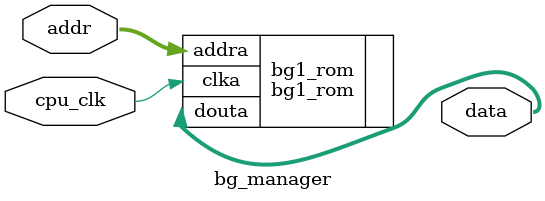
<source format=sv>
`timescale 1ns / 1ps


module bg_manager (
    input logic cpu_clk,
    input logic [16:0] addr,
    
    output logic [1:0] data
);




  bg1_rom bg1_rom (
      .clka (cpu_clk),
      .addra(addr),
      .douta(data)
  );

endmodule

</source>
